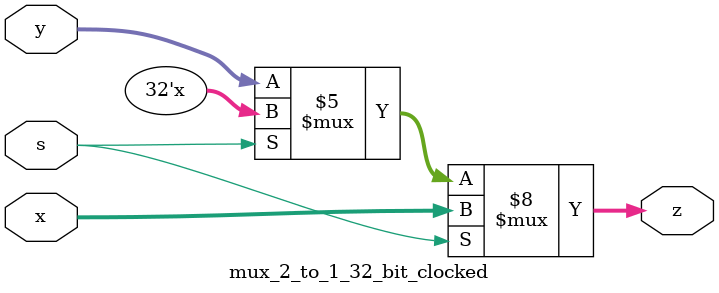
<source format=v>


module mux_2_to_1_32_bit_clocked(
    output reg [31:0] z,
    input [31:0] x,
    input [31:0] y,
    input s
    );

always @(s)
 begin
  if(s==1'b1)
   z<=x;
  else if(s==1'b0)
   z<=y;
  else
   z<=32'hxxxxxxxx;
 end
endmodule

</source>
